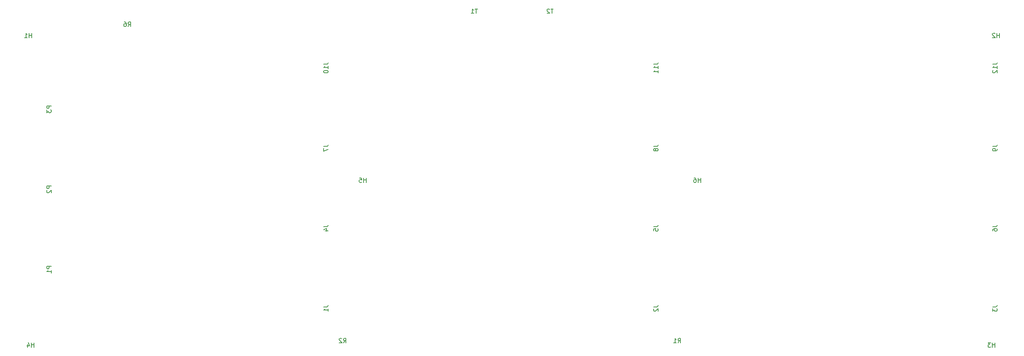
<source format=gbr>
%TF.GenerationSoftware,KiCad,Pcbnew,(6.0.11)*%
%TF.CreationDate,2023-05-28T18:55:11-04:00*%
%TF.ProjectId,backplane.4-slot,6261636b-706c-4616-9e65-2e342d736c6f,rev?*%
%TF.SameCoordinates,Original*%
%TF.FileFunction,Legend,Bot*%
%TF.FilePolarity,Positive*%
%FSLAX46Y46*%
G04 Gerber Fmt 4.6, Leading zero omitted, Abs format (unit mm)*
G04 Created by KiCad (PCBNEW (6.0.11)) date 2023-05-28 18:55:11*
%MOMM*%
%LPD*%
G01*
G04 APERTURE LIST*
%ADD10C,0.150000*%
G04 APERTURE END LIST*
D10*
%TO.C,J1*%
X110222380Y-218396666D02*
X110936666Y-218396666D01*
X111079523Y-218349047D01*
X111174761Y-218253809D01*
X111222380Y-218110952D01*
X111222380Y-218015714D01*
X111222380Y-219396666D02*
X111222380Y-218825238D01*
X111222380Y-219110952D02*
X110222380Y-219110952D01*
X110365238Y-219015714D01*
X110460476Y-218920476D01*
X110508095Y-218825238D01*
%TO.C,J3*%
X260222380Y-218396666D02*
X260936666Y-218396666D01*
X261079523Y-218349047D01*
X261174761Y-218253809D01*
X261222380Y-218110952D01*
X261222380Y-218015714D01*
X260222380Y-218777619D02*
X260222380Y-219396666D01*
X260603333Y-219063333D01*
X260603333Y-219206190D01*
X260650952Y-219301428D01*
X260698571Y-219349047D01*
X260793809Y-219396666D01*
X261031904Y-219396666D01*
X261127142Y-219349047D01*
X261174761Y-219301428D01*
X261222380Y-219206190D01*
X261222380Y-218920476D01*
X261174761Y-218825238D01*
X261127142Y-218777619D01*
%TO.C,J2*%
X184222380Y-218396666D02*
X184936666Y-218396666D01*
X185079523Y-218349047D01*
X185174761Y-218253809D01*
X185222380Y-218110952D01*
X185222380Y-218015714D01*
X184317619Y-218825238D02*
X184270000Y-218872857D01*
X184222380Y-218968095D01*
X184222380Y-219206190D01*
X184270000Y-219301428D01*
X184317619Y-219349047D01*
X184412857Y-219396666D01*
X184508095Y-219396666D01*
X184650952Y-219349047D01*
X185222380Y-218777619D01*
X185222380Y-219396666D01*
%TO.C,H1*%
X44761904Y-157952380D02*
X44761904Y-156952380D01*
X44761904Y-157428571D02*
X44190476Y-157428571D01*
X44190476Y-157952380D02*
X44190476Y-156952380D01*
X43190476Y-157952380D02*
X43761904Y-157952380D01*
X43476190Y-157952380D02*
X43476190Y-156952380D01*
X43571428Y-157095238D01*
X43666666Y-157190476D01*
X43761904Y-157238095D01*
%TO.C,H2*%
X261761904Y-157952380D02*
X261761904Y-156952380D01*
X261761904Y-157428571D02*
X261190476Y-157428571D01*
X261190476Y-157952380D02*
X261190476Y-156952380D01*
X260761904Y-157047619D02*
X260714285Y-157000000D01*
X260619047Y-156952380D01*
X260380952Y-156952380D01*
X260285714Y-157000000D01*
X260238095Y-157047619D01*
X260190476Y-157142857D01*
X260190476Y-157238095D01*
X260238095Y-157380952D01*
X260809523Y-157952380D01*
X260190476Y-157952380D01*
%TO.C,J4*%
X110222380Y-200396666D02*
X110936666Y-200396666D01*
X111079523Y-200349047D01*
X111174761Y-200253809D01*
X111222380Y-200110952D01*
X111222380Y-200015714D01*
X110555714Y-201301428D02*
X111222380Y-201301428D01*
X110174761Y-201063333D02*
X110889047Y-200825238D01*
X110889047Y-201444285D01*
%TO.C,J5*%
X184222380Y-200396666D02*
X184936666Y-200396666D01*
X185079523Y-200349047D01*
X185174761Y-200253809D01*
X185222380Y-200110952D01*
X185222380Y-200015714D01*
X184222380Y-201349047D02*
X184222380Y-200872857D01*
X184698571Y-200825238D01*
X184650952Y-200872857D01*
X184603333Y-200968095D01*
X184603333Y-201206190D01*
X184650952Y-201301428D01*
X184698571Y-201349047D01*
X184793809Y-201396666D01*
X185031904Y-201396666D01*
X185127142Y-201349047D01*
X185174761Y-201301428D01*
X185222380Y-201206190D01*
X185222380Y-200968095D01*
X185174761Y-200872857D01*
X185127142Y-200825238D01*
%TO.C,J6*%
X260222380Y-200396666D02*
X260936666Y-200396666D01*
X261079523Y-200349047D01*
X261174761Y-200253809D01*
X261222380Y-200110952D01*
X261222380Y-200015714D01*
X260222380Y-201301428D02*
X260222380Y-201110952D01*
X260270000Y-201015714D01*
X260317619Y-200968095D01*
X260460476Y-200872857D01*
X260650952Y-200825238D01*
X261031904Y-200825238D01*
X261127142Y-200872857D01*
X261174761Y-200920476D01*
X261222380Y-201015714D01*
X261222380Y-201206190D01*
X261174761Y-201301428D01*
X261127142Y-201349047D01*
X261031904Y-201396666D01*
X260793809Y-201396666D01*
X260698571Y-201349047D01*
X260650952Y-201301428D01*
X260603333Y-201206190D01*
X260603333Y-201015714D01*
X260650952Y-200920476D01*
X260698571Y-200872857D01*
X260793809Y-200825238D01*
%TO.C,J7*%
X110222380Y-182396666D02*
X110936666Y-182396666D01*
X111079523Y-182349047D01*
X111174761Y-182253809D01*
X111222380Y-182110952D01*
X111222380Y-182015714D01*
X110222380Y-182777619D02*
X110222380Y-183444285D01*
X111222380Y-183015714D01*
%TO.C,J8*%
X184222380Y-182396666D02*
X184936666Y-182396666D01*
X185079523Y-182349047D01*
X185174761Y-182253809D01*
X185222380Y-182110952D01*
X185222380Y-182015714D01*
X184650952Y-183015714D02*
X184603333Y-182920476D01*
X184555714Y-182872857D01*
X184460476Y-182825238D01*
X184412857Y-182825238D01*
X184317619Y-182872857D01*
X184270000Y-182920476D01*
X184222380Y-183015714D01*
X184222380Y-183206190D01*
X184270000Y-183301428D01*
X184317619Y-183349047D01*
X184412857Y-183396666D01*
X184460476Y-183396666D01*
X184555714Y-183349047D01*
X184603333Y-183301428D01*
X184650952Y-183206190D01*
X184650952Y-183015714D01*
X184698571Y-182920476D01*
X184746190Y-182872857D01*
X184841428Y-182825238D01*
X185031904Y-182825238D01*
X185127142Y-182872857D01*
X185174761Y-182920476D01*
X185222380Y-183015714D01*
X185222380Y-183206190D01*
X185174761Y-183301428D01*
X185127142Y-183349047D01*
X185031904Y-183396666D01*
X184841428Y-183396666D01*
X184746190Y-183349047D01*
X184698571Y-183301428D01*
X184650952Y-183206190D01*
%TO.C,J9*%
X260222380Y-182396666D02*
X260936666Y-182396666D01*
X261079523Y-182349047D01*
X261174761Y-182253809D01*
X261222380Y-182110952D01*
X261222380Y-182015714D01*
X261222380Y-182920476D02*
X261222380Y-183110952D01*
X261174761Y-183206190D01*
X261127142Y-183253809D01*
X260984285Y-183349047D01*
X260793809Y-183396666D01*
X260412857Y-183396666D01*
X260317619Y-183349047D01*
X260270000Y-183301428D01*
X260222380Y-183206190D01*
X260222380Y-183015714D01*
X260270000Y-182920476D01*
X260317619Y-182872857D01*
X260412857Y-182825238D01*
X260650952Y-182825238D01*
X260746190Y-182872857D01*
X260793809Y-182920476D01*
X260841428Y-183015714D01*
X260841428Y-183206190D01*
X260793809Y-183301428D01*
X260746190Y-183349047D01*
X260650952Y-183396666D01*
%TO.C,J10*%
X110222380Y-163920476D02*
X110936666Y-163920476D01*
X111079523Y-163872857D01*
X111174761Y-163777619D01*
X111222380Y-163634761D01*
X111222380Y-163539523D01*
X111222380Y-164920476D02*
X111222380Y-164349047D01*
X111222380Y-164634761D02*
X110222380Y-164634761D01*
X110365238Y-164539523D01*
X110460476Y-164444285D01*
X110508095Y-164349047D01*
X110222380Y-165539523D02*
X110222380Y-165634761D01*
X110270000Y-165730000D01*
X110317619Y-165777619D01*
X110412857Y-165825238D01*
X110603333Y-165872857D01*
X110841428Y-165872857D01*
X111031904Y-165825238D01*
X111127142Y-165777619D01*
X111174761Y-165730000D01*
X111222380Y-165634761D01*
X111222380Y-165539523D01*
X111174761Y-165444285D01*
X111127142Y-165396666D01*
X111031904Y-165349047D01*
X110841428Y-165301428D01*
X110603333Y-165301428D01*
X110412857Y-165349047D01*
X110317619Y-165396666D01*
X110270000Y-165444285D01*
X110222380Y-165539523D01*
%TO.C,J11*%
X184222380Y-163920476D02*
X184936666Y-163920476D01*
X185079523Y-163872857D01*
X185174761Y-163777619D01*
X185222380Y-163634761D01*
X185222380Y-163539523D01*
X185222380Y-164920476D02*
X185222380Y-164349047D01*
X185222380Y-164634761D02*
X184222380Y-164634761D01*
X184365238Y-164539523D01*
X184460476Y-164444285D01*
X184508095Y-164349047D01*
X185222380Y-165872857D02*
X185222380Y-165301428D01*
X185222380Y-165587142D02*
X184222380Y-165587142D01*
X184365238Y-165491904D01*
X184460476Y-165396666D01*
X184508095Y-165301428D01*
%TO.C,J12*%
X260222380Y-163920476D02*
X260936666Y-163920476D01*
X261079523Y-163872857D01*
X261174761Y-163777619D01*
X261222380Y-163634761D01*
X261222380Y-163539523D01*
X261222380Y-164920476D02*
X261222380Y-164349047D01*
X261222380Y-164634761D02*
X260222380Y-164634761D01*
X260365238Y-164539523D01*
X260460476Y-164444285D01*
X260508095Y-164349047D01*
X260317619Y-165301428D02*
X260270000Y-165349047D01*
X260222380Y-165444285D01*
X260222380Y-165682380D01*
X260270000Y-165777619D01*
X260317619Y-165825238D01*
X260412857Y-165872857D01*
X260508095Y-165872857D01*
X260650952Y-165825238D01*
X261222380Y-165253809D01*
X261222380Y-165872857D01*
%TO.C,H3*%
X260761904Y-227452380D02*
X260761904Y-226452380D01*
X260761904Y-226928571D02*
X260190476Y-226928571D01*
X260190476Y-227452380D02*
X260190476Y-226452380D01*
X259809523Y-226452380D02*
X259190476Y-226452380D01*
X259523809Y-226833333D01*
X259380952Y-226833333D01*
X259285714Y-226880952D01*
X259238095Y-226928571D01*
X259190476Y-227023809D01*
X259190476Y-227261904D01*
X259238095Y-227357142D01*
X259285714Y-227404761D01*
X259380952Y-227452380D01*
X259666666Y-227452380D01*
X259761904Y-227404761D01*
X259809523Y-227357142D01*
%TO.C,H4*%
X45261904Y-227452380D02*
X45261904Y-226452380D01*
X45261904Y-226928571D02*
X44690476Y-226928571D01*
X44690476Y-227452380D02*
X44690476Y-226452380D01*
X43785714Y-226785714D02*
X43785714Y-227452380D01*
X44023809Y-226404761D02*
X44261904Y-227119047D01*
X43642857Y-227119047D01*
%TO.C,P1*%
X49122380Y-209261904D02*
X48122380Y-209261904D01*
X48122380Y-209642857D01*
X48170000Y-209738095D01*
X48217619Y-209785714D01*
X48312857Y-209833333D01*
X48455714Y-209833333D01*
X48550952Y-209785714D01*
X48598571Y-209738095D01*
X48646190Y-209642857D01*
X48646190Y-209261904D01*
X49122380Y-210785714D02*
X49122380Y-210214285D01*
X49122380Y-210500000D02*
X48122380Y-210500000D01*
X48265238Y-210404761D01*
X48360476Y-210309523D01*
X48408095Y-210214285D01*
%TO.C,P2*%
X49122380Y-191261904D02*
X48122380Y-191261904D01*
X48122380Y-191642857D01*
X48170000Y-191738095D01*
X48217619Y-191785714D01*
X48312857Y-191833333D01*
X48455714Y-191833333D01*
X48550952Y-191785714D01*
X48598571Y-191738095D01*
X48646190Y-191642857D01*
X48646190Y-191261904D01*
X48217619Y-192214285D02*
X48170000Y-192261904D01*
X48122380Y-192357142D01*
X48122380Y-192595238D01*
X48170000Y-192690476D01*
X48217619Y-192738095D01*
X48312857Y-192785714D01*
X48408095Y-192785714D01*
X48550952Y-192738095D01*
X49122380Y-192166666D01*
X49122380Y-192785714D01*
%TO.C,P3*%
X49122380Y-173261904D02*
X48122380Y-173261904D01*
X48122380Y-173642857D01*
X48170000Y-173738095D01*
X48217619Y-173785714D01*
X48312857Y-173833333D01*
X48455714Y-173833333D01*
X48550952Y-173785714D01*
X48598571Y-173738095D01*
X48646190Y-173642857D01*
X48646190Y-173261904D01*
X48122380Y-174166666D02*
X48122380Y-174785714D01*
X48503333Y-174452380D01*
X48503333Y-174595238D01*
X48550952Y-174690476D01*
X48598571Y-174738095D01*
X48693809Y-174785714D01*
X48931904Y-174785714D01*
X49027142Y-174738095D01*
X49074761Y-174690476D01*
X49122380Y-174595238D01*
X49122380Y-174309523D01*
X49074761Y-174214285D01*
X49027142Y-174166666D01*
%TO.C,R6*%
X66356666Y-155452380D02*
X66690000Y-154976190D01*
X66928095Y-155452380D02*
X66928095Y-154452380D01*
X66547142Y-154452380D01*
X66451904Y-154500000D01*
X66404285Y-154547619D01*
X66356666Y-154642857D01*
X66356666Y-154785714D01*
X66404285Y-154880952D01*
X66451904Y-154928571D01*
X66547142Y-154976190D01*
X66928095Y-154976190D01*
X65499523Y-154452380D02*
X65690000Y-154452380D01*
X65785238Y-154500000D01*
X65832857Y-154547619D01*
X65928095Y-154690476D01*
X65975714Y-154880952D01*
X65975714Y-155261904D01*
X65928095Y-155357142D01*
X65880476Y-155404761D01*
X65785238Y-155452380D01*
X65594761Y-155452380D01*
X65499523Y-155404761D01*
X65451904Y-155357142D01*
X65404285Y-155261904D01*
X65404285Y-155023809D01*
X65451904Y-154928571D01*
X65499523Y-154880952D01*
X65594761Y-154833333D01*
X65785238Y-154833333D01*
X65880476Y-154880952D01*
X65928095Y-154928571D01*
X65975714Y-155023809D01*
%TO.C,T1*%
X144721904Y-151502380D02*
X144150476Y-151502380D01*
X144436190Y-152502380D02*
X144436190Y-151502380D01*
X143293333Y-152502380D02*
X143864761Y-152502380D01*
X143579047Y-152502380D02*
X143579047Y-151502380D01*
X143674285Y-151645238D01*
X143769523Y-151740476D01*
X143864761Y-151788095D01*
%TO.C,T2*%
X161721904Y-151502380D02*
X161150476Y-151502380D01*
X161436190Y-152502380D02*
X161436190Y-151502380D01*
X160864761Y-151597619D02*
X160817142Y-151550000D01*
X160721904Y-151502380D01*
X160483809Y-151502380D01*
X160388571Y-151550000D01*
X160340952Y-151597619D01*
X160293333Y-151692857D01*
X160293333Y-151788095D01*
X160340952Y-151930952D01*
X160912380Y-152502380D01*
X160293333Y-152502380D01*
%TO.C,R2*%
X114666666Y-226452380D02*
X115000000Y-225976190D01*
X115238095Y-226452380D02*
X115238095Y-225452380D01*
X114857142Y-225452380D01*
X114761904Y-225500000D01*
X114714285Y-225547619D01*
X114666666Y-225642857D01*
X114666666Y-225785714D01*
X114714285Y-225880952D01*
X114761904Y-225928571D01*
X114857142Y-225976190D01*
X115238095Y-225976190D01*
X114285714Y-225547619D02*
X114238095Y-225500000D01*
X114142857Y-225452380D01*
X113904761Y-225452380D01*
X113809523Y-225500000D01*
X113761904Y-225547619D01*
X113714285Y-225642857D01*
X113714285Y-225738095D01*
X113761904Y-225880952D01*
X114333333Y-226452380D01*
X113714285Y-226452380D01*
%TO.C,H6*%
X194761904Y-190452380D02*
X194761904Y-189452380D01*
X194761904Y-189928571D02*
X194190476Y-189928571D01*
X194190476Y-190452380D02*
X194190476Y-189452380D01*
X193285714Y-189452380D02*
X193476190Y-189452380D01*
X193571428Y-189500000D01*
X193619047Y-189547619D01*
X193714285Y-189690476D01*
X193761904Y-189880952D01*
X193761904Y-190261904D01*
X193714285Y-190357142D01*
X193666666Y-190404761D01*
X193571428Y-190452380D01*
X193380952Y-190452380D01*
X193285714Y-190404761D01*
X193238095Y-190357142D01*
X193190476Y-190261904D01*
X193190476Y-190023809D01*
X193238095Y-189928571D01*
X193285714Y-189880952D01*
X193380952Y-189833333D01*
X193571428Y-189833333D01*
X193666666Y-189880952D01*
X193714285Y-189928571D01*
X193761904Y-190023809D01*
%TO.C,H5*%
X119761904Y-190452380D02*
X119761904Y-189452380D01*
X119761904Y-189928571D02*
X119190476Y-189928571D01*
X119190476Y-190452380D02*
X119190476Y-189452380D01*
X118238095Y-189452380D02*
X118714285Y-189452380D01*
X118761904Y-189928571D01*
X118714285Y-189880952D01*
X118619047Y-189833333D01*
X118380952Y-189833333D01*
X118285714Y-189880952D01*
X118238095Y-189928571D01*
X118190476Y-190023809D01*
X118190476Y-190261904D01*
X118238095Y-190357142D01*
X118285714Y-190404761D01*
X118380952Y-190452380D01*
X118619047Y-190452380D01*
X118714285Y-190404761D01*
X118761904Y-190357142D01*
%TO.C,R1*%
X189666666Y-226452380D02*
X190000000Y-225976190D01*
X190238095Y-226452380D02*
X190238095Y-225452380D01*
X189857142Y-225452380D01*
X189761904Y-225500000D01*
X189714285Y-225547619D01*
X189666666Y-225642857D01*
X189666666Y-225785714D01*
X189714285Y-225880952D01*
X189761904Y-225928571D01*
X189857142Y-225976190D01*
X190238095Y-225976190D01*
X188714285Y-226452380D02*
X189285714Y-226452380D01*
X189000000Y-226452380D02*
X189000000Y-225452380D01*
X189095238Y-225595238D01*
X189190476Y-225690476D01*
X189285714Y-225738095D01*
%TD*%
M02*

</source>
